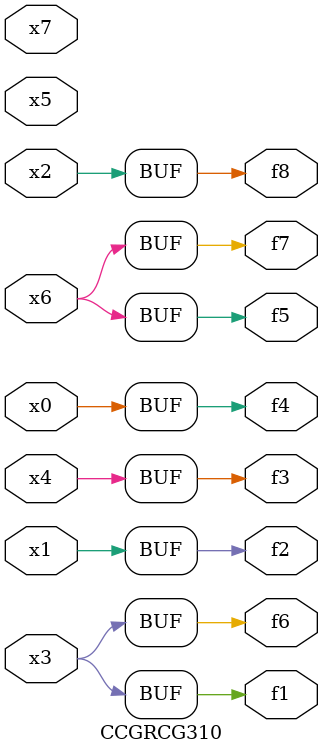
<source format=v>
module CCGRCG310(
	input x0, x1, x2, x3, x4, x5, x6, x7,
	output f1, f2, f3, f4, f5, f6, f7, f8
);
	assign f1 = x3;
	assign f2 = x1;
	assign f3 = x4;
	assign f4 = x0;
	assign f5 = x6;
	assign f6 = x3;
	assign f7 = x6;
	assign f8 = x2;
endmodule

</source>
